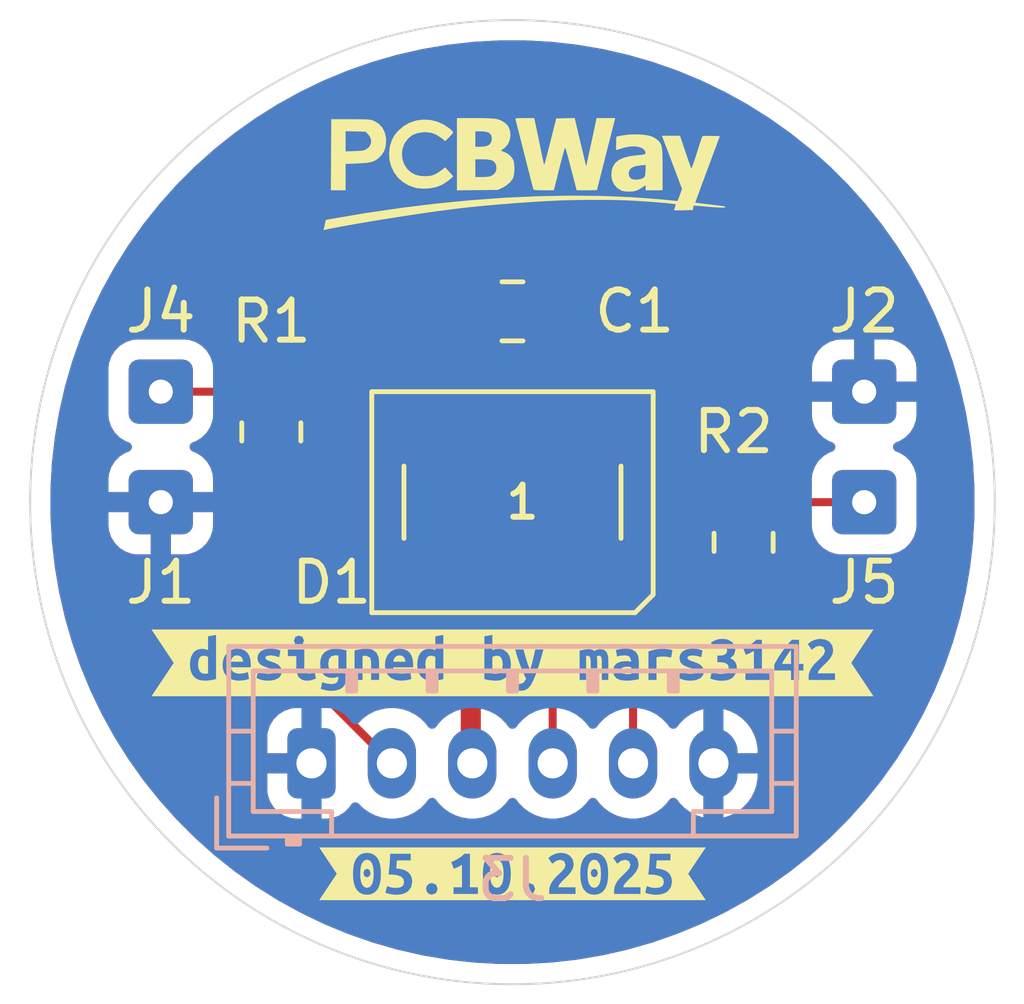
<source format=kicad_pcb>
(kicad_pcb (version 20241229) (generator "pcbnew") (generator_version "9.0")
  (title_block (title "Mole Beacon") (date "05.10.2025") (rev "1.0.0") (company "Peter Siegmund") (comment 1 "kicad@mars3142.org") (comment 2 "https://wiki.mars3142.dev/project/maerklin/warnemuende/lighthouse/start"))
  (layers (0 "F.Cu" signal) (2 "B.Cu" signal) (13 "F.Paste" user) (15 "B.Paste" user) (5 "F.SilkS" user "F.Silkscreen") (7 "B.SilkS" user "B.Silkscreen") (1 "F.Mask" user) (3 "B.Mask" user) (25 "Edge.Cuts" user))
  (net 0 "")
  (net 1 "GND")
  (net 2 "BEACON")
  (net 3 "+5V")
  (net 5 "OUTDOOR_L")
  (net 6 "OUTDOOR_R")
  (net 7 "Net-(J4-Pad1)")
  (net 8 "Net-(J5-Pad1)")
  (footprint "kibuzzard-6876A324" (layer "F.Cu") (at 100 64)
    (property "Reference" "kibuzzard-6876A324" (hide yes))
    (property "Value" "G***" (hide yes))
  )
  (footprint "Resistor_SMD:R_0805_2012Metric_Pad1.20x1.40mm_HandSolder" (layer "F.Cu") (at 94 58.25 -90)
    (property "Reference" "R1" (at -2.75 0 180) (layer "F.SilkS"))
    (property "Value" "1K")
    (pad "1" smd roundrect (at -1 0 270) (size 1.2 1.4) (layers "F.Cu" "F.Mask" "F.Paste") (roundrect_rratio 0.208333) (net 7 "Net-(J4-Pad1)"))
    (pad "2" smd roundrect (at 1 0 270) (size 1.2 1.4) (layers "F.Cu" "F.Mask" "F.Paste") (roundrect_rratio 0.208333) (net 5 "OUTDOOR_L"))
  )
  (footprint "Connector_Wire:SolderWire-0.1sqmm_1x01_D0.4mm_OD1mm" (layer "F.Cu") (at 91.25 57.25)
    (property "Reference" "J4" (at 0 -2 0) (layer "F.SilkS"))
    (property "Value" "LED 1 +")
    (pad "1" thru_hole roundrect (at 0 0) (size 1.6 1.6) (drill 0.6) (layers "*.Cu" "*.Mask") (roundrect_rratio 0.15625) (net 7 "Net-(J4-Pad1)"))
  )
  (footprint "Connector_Wire:SolderWire-0.1sqmm_1x01_D0.4mm_OD1mm" (layer "F.Cu") (at 108.75 60)
    (property "Reference" "J5" (at 0 2 0) (layer "F.SilkS"))
    (property "Value" "LED 2 +")
    (pad "1" thru_hole roundrect (at 0 0) (size 1.6 1.6) (drill 0.6) (layers "*.Cu" "*.Mask") (roundrect_rratio 0.15625) (net 8 "Net-(J5-Pad1)"))
  )
  (footprint "kibuzzard-68711898" (layer "F.Cu") (at 100 69.25)
    (property "Reference" "kibuzzard-68711898" (hide yes))
    (property "Value" "G***" (hide yes))
  )
  (footprint "Capacitor_SMD:C_0805_2012Metric_Pad1.18x1.45mm_HandSolder" (layer "F.Cu") (at 100 55.25)
    (property "Reference" "C1" (at 3.0375 0 180) (layer "F.SilkS"))
    (property "Value" "100nF")
    (pad "1" smd roundrect (at -1.0375 0) (size 1.175 1.45) (layers "F.Cu" "F.Mask" "F.Paste") (roundrect_rratio 0.212766) (net 3 "+5V"))
    (pad "2" smd roundrect (at 1.0375 0) (size 1.175 1.45) (layers "F.Cu" "F.Mask" "F.Paste") (roundrect_rratio 0.212766) (net 1 "GND"))
  )
  (footprint "LOGO" (layer "F.Cu") (at 100.25 51.75)
    (property "Reference" "G***" (hide yes))
    (property "Value" "LOGO" (hide yes))
  )
  (footprint "Connector_Wire:SolderWire-0.1sqmm_1x01_D0.4mm_OD1mm" (layer "F.Cu") (at 91.25 60)
    (property "Reference" "J1" (at 0 2 0) (layer "F.SilkS"))
    (property "Value" "LED 1 -")
    (pad "1" thru_hole roundrect (at 0 0) (size 1.6 1.6) (drill 0.6) (layers "*.Cu" "*.Mask") (roundrect_rratio 0.15625) (net 1 "GND"))
  )
  (footprint "LED_SMD:LED_WS2812B_PLCC4_5.0x5.0mm_P3.2mm" (layer "F.Cu") (at 100 60)
    (property "Reference" "D1" (at -4.5 2 0) (layer "F.SilkS"))
    (property "Value" "WS2812B")
    (fp_text user "1" (at 0.25 0 0) (layer "F.SilkS") (effects (font (size 0.8 0.8))))
    (pad "1" smd roundrect (at -2.45 -1.65) (size 1.5 0.9) (layers "F.Cu" "F.Mask" "F.Paste") (roundrect_rratio 0.1) (net 3 "+5V"))
    (pad "2" smd roundrect (at -2.45 1.65) (size 1.5 0.9) (layers "F.Cu" "F.Mask" "F.Paste") (roundrect_rratio 0.1))
    (pad "3" smd roundrect (at 2.45 1.65) (size 1.5 0.9) (layers "F.Cu" "F.Mask" "F.Paste") (roundrect_rratio 0.1) (net 1 "GND"))
    (pad "4" smd roundrect (at 2.45 -1.65) (size 1.5 0.9) (layers "F.Cu" "F.Mask" "F.Paste") (roundrect_rratio 0.1) (net 2 "BEACON"))
  )
  (footprint "Connector_Wire:SolderWire-0.1sqmm_1x01_D0.4mm_OD1mm" (layer "F.Cu") (at 108.75 57.25)
    (property "Reference" "J2" (at 0 -2 0) (layer "F.SilkS"))
    (property "Value" "LED 2 -")
    (pad "1" thru_hole roundrect (at 0 0) (size 1.6 1.6) (drill 0.6) (layers "*.Cu" "*.Mask") (roundrect_rratio 0.15625) (net 1 "GND"))
  )
  (footprint "Resistor_SMD:R_0805_2012Metric_Pad1.20x1.40mm_HandSolder" (layer "F.Cu") (at 105.75 61 -90)
    (property "Reference" "R2" (at -2.75 0.25 0) (layer "F.SilkS"))
    (property "Value" "1K")
    (pad "1" smd roundrect (at -1 0 270) (size 1.2 1.4) (layers "F.Cu" "F.Mask" "F.Paste") (roundrect_rratio 0.208333) (net 8 "Net-(J5-Pad1)"))
    (pad "2" smd roundrect (at 1 0 270) (size 1.2 1.4) (layers "F.Cu" "F.Mask" "F.Paste") (roundrect_rratio 0.208333) (net 6 "OUTDOOR_R"))
  )
  (footprint "Connector_JST:JST_PH_B6B-PH-K_1x06_P2.00mm_Vertical" (layer "B.Cu") (at 95 66.5)
    (property "Reference" "J3" (at 5 2.9 180) (layer "B.SilkS") (effects (justify mirror)))
    (property "Value" "Conn_01x06_Socket")
    (pad "1" thru_hole roundrect (at 0 0) (size 1.2 1.75) (drill 0.75) (layers "*.Cu" "*.Mask") (roundrect_rratio 0.208333) (net 1 "GND"))
    (pad "2" thru_hole oval (at 2 0) (size 1.2 1.75) (drill 0.75) (layers "*.Cu" "*.Mask") (net 5 "OUTDOOR_L"))
    (pad "3" thru_hole oval (at 4 0) (size 1.2 1.75) (drill 0.75) (layers "*.Cu" "*.Mask") (net 3 "+5V"))
    (pad "4" thru_hole oval (at 6 0) (size 1.2 1.75) (drill 0.75) (layers "*.Cu" "*.Mask") (net 2 "BEACON"))
    (pad "5" thru_hole oval (at 8 0) (size 1.2 1.75) (drill 0.75) (layers "*.Cu" "*.Mask") (net 6 "OUTDOOR_R"))
    (pad "6" thru_hole oval (at 10 0) (size 1.2 1.75) (drill 0.75) (layers "*.Cu" "*.Mask") (net 1 "GND"))
  )
  (gr_circle (center 100 60) (end 112 60) (stroke (width 0.05)) (fill no) (layer "Edge.Cuts"))
  (segment (start 101 66.5) (end 101 59.8) (width 0.2) (layer "F.Cu") (net 2))
  (segment (start 101 59.8) (end 102.45 58.35) (width 0.2) (layer "F.Cu") (net 2))
  (segment (start 98.9625 55.25) (end 98.9625 56.9375) (width 0.5) (layer "F.Cu") (net 3))
  (segment (start 98.9625 56.9375) (end 97.55 58.35) (width 0.5) (layer "F.Cu") (net 3))
  (segment (start 98.9625 55.25) (end 98.9625 66.4625) (width 0.5) (layer "F.Cu") (net 3))
  (segment (start 98.9625 66.4625) (end 99 66.5) (width 0.5) (layer "F.Cu") (net 3))
  (segment (start 97 66.5) (end 94 63.5) (width 0.2) (layer "F.Cu") (net 5))
  (segment (start 94 63.5) (end 94 59.25) (width 0.2) (layer "F.Cu") (net 5))
  (segment (start 103 64.75) (end 105.75 62) (width 0.2) (layer "F.Cu") (net 6))
  (segment (start 103 66.5) (end 103 64.75) (width 0.2) (layer "F.Cu") (net 6))
  (segment (start 94 57.25) (end 91.25 57.25) (width 0.2) (layer "F.Cu") (net 7))
  (segment (start 105.75 60) (end 108.75 60) (width 0.2) (layer "F.Cu") (net 8))
  (zone (net 1) (net_name "GND") (layers "F.Cu" "B.Cu") (connect_pads (clearance 0.5)) (min_thickness 0.25) (fill yes (thermal_gap 0.5) (thermal_bridge_width 0.5))
    (polygon (pts (xy 87.25 47.5) (xy 112.75 47.5) (xy 112.75 72.5) (xy 87.25 72.5)))
  )
)
</source>
